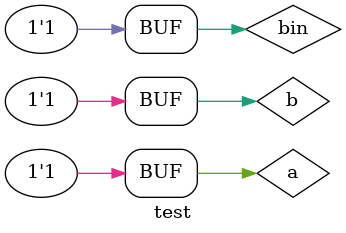
<source format=v>
`include "../lib/full_subtractor.v"

module test; 
  reg a, b, bin;
  wire bout, d;
  
  full_subtractor subtractor(
    .a(a),
    .b(b),
    .d(d),
    .Bor_in(bin),
    .Bor_out(bout));

  initial begin
    $monitor ($time, ":  %b  %b  %b | %b %b", a, b, bin, bout, d);
    #5 a = 0; b = 0; bin = 0;
    #5 a = 1;
    #5 a = 0; b = 1;
    #5 a = 1;
    #5 a = 0; b = 0; bin = 1;
    #5 a = 1;
    #5 a = 0; b = 1;
    #5 a = 1;
    #7; 
  end

endmodule

</source>
